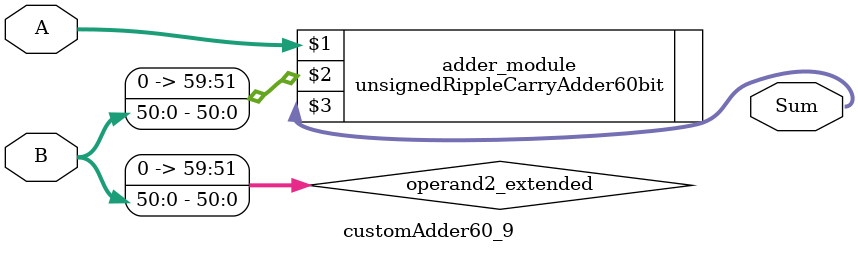
<source format=v>
module customAdder60_9(
                        input [59 : 0] A,
                        input [50 : 0] B,
                        
                        output [60 : 0] Sum
                );

        wire [59 : 0] operand2_extended;
        
        assign operand2_extended =  {9'b0, B};
        
        unsignedRippleCarryAdder60bit adder_module(
            A,
            operand2_extended,
            Sum
        );
        
        endmodule
        
</source>
